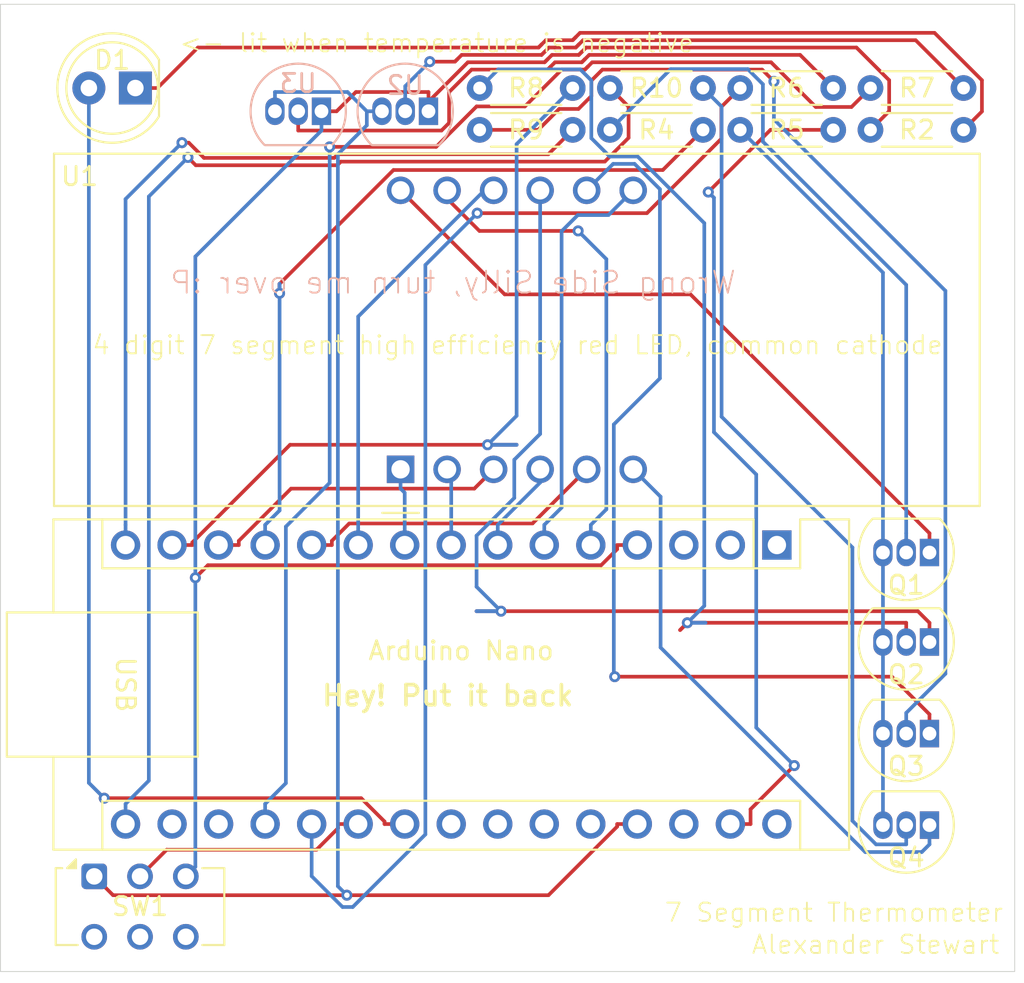
<source format=kicad_pcb>
(kicad_pcb (version 20241229) (generator "pcbnew") (generator_version "9.0")
  (layers (0 "F.Cu" signal) (2 "B.Cu" signal) (13 "F.Paste" user) (15 "B.Paste" user) (5 "F.SilkS" user "F.Silkscreen") (7 "B.SilkS" user "B.Silkscreen") (1 "F.Mask" user) (3 "B.Mask" user) (25 "Edge.Cuts" user))
  (net 0 "")
  (net 1 "Net-(A1-+5V)")
  (net 3 "Net-(A1-D6)")
  (net 4 "Net-(A1-D3)")
  (net 5 "Net-(SW1-C)")
  (net 6 "Net-(A1-D11)")
  (net 8 "Net-(A1-A3)")
  (net 11 "Net-(A1-GND-Pad29)")
  (net 12 "Net-(A1-A2)")
  (net 15 "Net-(A1-D12)")
  (net 16 "Net-(A1-D5)")
  (net 17 "Net-(A1-D2)")
  (net 18 "Net-(A1-D7)")
  (net 20 "Net-(A1-D9)")
  (net 21 "Net-(A1-D10)")
  (net 22 "Net-(A1-A1)")
  (net 24 "Net-(A1-D4)")
  (net 25 "Net-(A1-D13)")
  (net 27 "Net-(A1-A0)")
  (net 29 "Net-(A1-D8)")
  (net 31 "Net-(Q1-C)")
  (net 32 "Net-(Q1-E)")
  (net 33 "Net-(Q1-B)")
  (net 34 "Net-(Q2-B)")
  (net 35 "Net-(Q2-C)")
  (net 36 "Net-(Q3-B)")
  (net 37 "Net-(Q3-C)")
  (net 38 "Net-(Q4-C)")
  (net 39 "Net-(Q4-B)")
  (net 40 "Net-(U2-DQ)")
  (net 41 "Net-(U3-DQ)")
  (net 42 "Net-(D1-K)")
  (footprint "Package_TO_SOT_THT:TO-92_Inline" (layer "F.Cu") (at 133.27 97 180)
    (property "Reference" "Q1" (at 1.27 -1.778 0) (layer "F.SilkS"))
    (property "Value" "BC547")
    (fp_line (start -0.53 1.85) (end 3.07 1.85) (stroke (width 0.12)) (layer "F.SilkS"))
    (fp_arc (start 1.27 -2.6) (mid 3.672087 -0.994977) (end 3.108478 1.838478) (stroke (width 0.12)) (layer "F.SilkS"))
    (fp_arc (start -0.568478 1.838478) (mid -1.132087 -0.994977) (end 1.27 -2.6) (stroke (width 0.12)) (layer "F.SilkS"))
    (pad "1" thru_hole rect (at 0 0 180) (size 1.05 1.5) (drill 0.75) (layers "*.Cu" "*.Mask") (net 31 "Net-(Q1-C)"))
    (pad "2" thru_hole oval (at 1.27 0 180) (size 1.05 1.5) (drill 0.75) (layers "*.Cu" "*.Mask") (net 33 "Net-(Q1-B)"))
    (pad "3" thru_hole oval (at 2.54 0 180) (size 1.05 1.5) (drill 0.75) (layers "*.Cu" "*.Mask") (net 32 "Net-(Q1-E)"))
  )
  (footprint "Button_Switch_THT:SW_CK_JS202011CQN_DPDT_Straight" (layer "F.Cu") (at 87.67 114.6895)
    (property "Reference" "SW1" (at 2.5 1.6425 0) (layer "F.SilkS"))
    (property "Value" "SW_SPDT")
    (fp_line (start -2.1 -0.45) (end -2.1 3.75) (stroke (width 0.12)) (layer "F.SilkS"))
    (fp_line (start -2.1 3.75) (end -0.9 3.75) (stroke (width 0.12)) (layer "F.SilkS"))
    (fp_line (start -1.75 -0.45) (end -2.1 -0.45) (stroke (width 0.12)) (layer "F.SilkS"))
    (fp_line (start 5.9 -0.45) (end 7.1 -0.45) (stroke (width 0.12)) (layer "F.SilkS"))
    (fp_line (start 7.1 -0.45) (end 7.1 3.75) (stroke (width 0.12)) (layer "F.SilkS"))
    (fp_line (start 7.1 3.75) (end 5.9 3.75) (stroke (width 0.12)) (layer "F.SilkS"))
    (fp_poly (pts (xy -1 -0.45) (xy -1.48 -0.45) (xy -1 -0.93) (xy -1 -0.45)) (stroke (width 0.12)) (fill yes) (layer "F.SilkS"))
    (pad "1" thru_hole roundrect (at 0 0) (size 1.4 1.4) (drill 0.9) (layers "*.Cu" "*.Mask") (roundrect_rratio 0.1785714286) (net 1 "Net-(A1-+5V)"))
    (pad "2" thru_hole circle (at 2.5 0) (size 1.4 1.4) (drill 0.9) (layers "*.Cu" "*.Mask") (net 12 "Net-(A1-A2)"))
    (pad "3" thru_hole circle (at 5 0) (size 1.4 1.4) (drill 0.9) (layers "*.Cu" "*.Mask") (net 5 "Net-(SW1-C)"))
    (pad "4" thru_hole circle (at 5 3.3) (size 1.4 1.4) (drill 0.9) (layers "*.Cu" "*.Mask"))
    (pad "5" thru_hole circle (at 2.5 3.3) (size 1.4 1.4) (drill 0.9) (layers "*.Cu" "*.Mask"))
    (pad "6" thru_hole circle (at 0 3.3) (size 1.4 1.4) (drill 0.9) (layers "*.Cu" "*.Mask"))
  )
  (footprint "Resistor_THT:R_Axial_DIN0204_L3.6mm_D1.6mm_P5.08mm_Horizontal" (layer "F.Cu") (at 135.128 73.914 180)
    (property "Reference" "R2" (at 2.54 0 0) (layer "F.SilkS"))
    (property "Value" "220")
    (fp_line (start 0.62 0.92) (end 4.46 0.92) (stroke (width 0.12)) (layer "F.SilkS"))
    (fp_line (start 0.62 -0.92) (end 4.46 -0.92) (stroke (width 0.12)) (layer "F.SilkS"))
    (pad "1" thru_hole circle (at 0 0 180) (size 1.4 1.4) (drill 0.7) (layers "*.Cu" "*.Mask") (net 42 "Net-(D1-K)"))
    (pad "2" thru_hole circle (at 5.08 0 180) (size 1.4 1.4) (drill 0.7) (layers "*.Cu" "*.Mask") (net 5 "Net-(SW1-C)"))
  )
  (footprint "Display_7Segment:CA56-12EWA" (layer "F.Cu") (at 104.394 92.456 90)
    (property "Reference" "U1" (at 16.002 -17.526 180) (layer "F.SilkS"))
    (property "Value" "CC56-12EWA")
    (fp_line (start -2 -18.92) (end 17.24 -18.92) (stroke (width 0.12)) (layer "F.SilkS"))
    (fp_line (start -2 -18.92) (end -2 31.62) (stroke (width 0.12)) (layer "F.SilkS"))
    (fp_line (start -2.38 -1) (end -2.38 1) (stroke (width 0.12)) (layer "F.SilkS"))
    (fp_line (start 17.24 31.62) (end 17.24 -18.92) (stroke (width 0.12)) (layer "F.SilkS"))
    (fp_line (start -2 31.62) (end 17.24 31.62) (stroke (width 0.12)) (layer "F.SilkS"))
    (pad "1" thru_hole rect (at 0 0 90) (size 1.5 1.5) (drill 1) (layers "*.Cu" "*.Mask") (net 3 "Net-(A1-D6)"))
    (pad "2" thru_hole circle (at 0 2.54 90) (size 1.5 1.5) (drill 1) (layers "*.Cu" "*.Mask") (net 16 "Net-(A1-D5)"))
    (pad "3" thru_hole circle (at 0 5.08 90) (size 1.5 1.5) (drill 1) (layers "*.Cu" "*.Mask") (net 21 "Net-(A1-D10)"))
    (pad "4" thru_hole circle (at 0 7.62 90) (size 1.5 1.5) (drill 1) (layers "*.Cu" "*.Mask") (net 24 "Net-(A1-D4)"))
    (pad "5" thru_hole circle (at 0 10.16 90) (size 1.5 1.5) (drill 1) (layers "*.Cu" "*.Mask") (net 29 "Net-(A1-D8)"))
    (pad "6" thru_hole circle (at 0 12.7 90) (size 1.5 1.5) (drill 1) (layers "*.Cu" "*.Mask") (net 38 "Net-(Q4-C)"))
    (pad "7" thru_hole circle (at 15.24 12.7 90) (size 1.5 1.5) (drill 1) (layers "*.Cu" "*.Mask") (net 4 "Net-(A1-D3)"))
    (pad "8" thru_hole circle (at 15.24 10.16 90) (size 1.5 1.5) (drill 1) (layers "*.Cu" "*.Mask") (net 37 "Net-(Q3-C)"))
    (pad "9" thru_hole circle (at 15.24 7.62 90) (size 1.5 1.5) (drill 1) (layers "*.Cu" "*.Mask") (net 35 "Net-(Q2-C)"))
    (pad "10" thru_hole circle (at 15.24 5.08 90) (size 1.5 1.5) (drill 1) (layers "*.Cu" "*.Mask") (net 18 "Net-(A1-D7)"))
    (pad "11" thru_hole circle (at 15.24 2.54 90) (size 1.5 1.5) (drill 1) (layers "*.Cu" "*.Mask") (net 17 "Net-(A1-D2)"))
    (pad "12" thru_hole circle (at 15.24 0 90) (size 1.5 1.5) (drill 1) (layers "*.Cu" "*.Mask") (net 31 "Net-(Q1-C)"))
  )
  (footprint "Package_TO_SOT_THT:TO-92_Inline" (layer "F.Cu") (at 133.27 101.89 180)
    (property "Reference" "Q2" (at 1.27 -1.778 0) (layer "F.SilkS"))
    (property "Value" "BC547")
    (fp_line (start -0.53 1.85) (end 3.07 1.85) (stroke (width 0.12)) (layer "F.SilkS"))
    (fp_arc (start 1.27 -2.6) (mid 3.672087 -0.994977) (end 3.108478 1.838478) (stroke (width 0.12)) (layer "F.SilkS"))
    (fp_arc (start -0.568478 1.838478) (mid -1.132087 -0.994977) (end 1.27 -2.6) (stroke (width 0.12)) (layer "F.SilkS"))
    (pad "1" thru_hole rect (at 0 0 180) (size 1.05 1.5) (drill 0.75) (layers "*.Cu" "*.Mask") (net 35 "Net-(Q2-C)"))
    (pad "2" thru_hole oval (at 1.27 0 180) (size 1.05 1.5) (drill 0.75) (layers "*.Cu" "*.Mask") (net 34 "Net-(Q2-B)"))
    (pad "3" thru_hole oval (at 2.54 0 180) (size 1.05 1.5) (drill 0.75) (layers "*.Cu" "*.Mask") (net 32 "Net-(Q1-E)"))
  )
  (footprint "Resistor_THT:R_Axial_DIN0204_L3.6mm_D1.6mm_P5.08mm_Horizontal" (layer "F.Cu") (at 113.792 71.628 180)
    (property "Reference" "R8" (at 2.54 0 0) (layer "F.SilkS"))
    (property "Value" "100k")
    (fp_line (start 0.62 0.92) (end 4.46 0.92) (stroke (width 0.12)) (layer "F.SilkS"))
    (fp_line (start 0.62 -0.92) (end 4.46 -0.92) (stroke (width 0.12)) (layer "F.SilkS"))
    (pad "1" thru_hole circle (at 0 0 180) (size 1.4 1.4) (drill 0.7) (layers "*.Cu" "*.Mask") (net 6 "Net-(A1-D11)"))
    (pad "2" thru_hole circle (at 5.08 0 180) (size 1.4 1.4) (drill 0.7) (layers "*.Cu" "*.Mask") (net 34 "Net-(Q2-B)"))
  )
  (footprint "Package_TO_SOT_THT:TO-92_Inline" (layer "F.Cu") (at 133.27 111.89 180)
    (property "Reference" "Q4" (at 1.27 -1.778 0) (layer "F.SilkS"))
    (property "Value" "BC547")
    (fp_line (start -0.53 1.85) (end 3.07 1.85) (stroke (width 0.12)) (layer "F.SilkS"))
    (fp_arc (start 1.27 -2.6) (mid 3.672087 -0.994977) (end 3.108478 1.838478) (stroke (width 0.12)) (layer "F.SilkS"))
    (fp_arc (start -0.568478 1.838478) (mid -1.132087 -0.994977) (end 1.27 -2.6) (stroke (width 0.12)) (layer "F.SilkS"))
    (pad "1" thru_hole rect (at 0 0 180) (size 1.05 1.5) (drill 0.75) (layers "*.Cu" "*.Mask") (net 38 "Net-(Q4-C)"))
    (pad "2" thru_hole oval (at 1.27 0 180) (size 1.05 1.5) (drill 0.75) (layers "*.Cu" "*.Mask") (net 39 "Net-(Q4-B)"))
    (pad "3" thru_hole oval (at 2.54 0 180) (size 1.05 1.5) (drill 0.75) (layers "*.Cu" "*.Mask") (net 32 "Net-(Q1-E)"))
  )
  (footprint "Resistor_THT:R_Axial_DIN0204_L3.6mm_D1.6mm_P5.08mm_Horizontal" (layer "F.Cu") (at 113.792 73.914 180)
    (property "Reference" "R9" (at 2.54 0 0) (layer "F.SilkS"))
    (property "Value" "100k")
    (fp_line (start 0.62 0.92) (end 4.46 0.92) (stroke (width 0.12)) (layer "F.SilkS"))
    (fp_line (start 0.62 -0.92) (end 4.46 -0.92) (stroke (width 0.12)) (layer "F.SilkS"))
    (pad "1" thru_hole circle (at 0 0 180) (size 1.4 1.4) (drill 0.7) (layers "*.Cu" "*.Mask") (net 15 "Net-(A1-D12)"))
    (pad "2" thru_hole circle (at 5.08 0 180) (size 1.4 1.4) (drill 0.7) (layers "*.Cu" "*.Mask") (net 36 "Net-(Q3-B)"))
  )
  (footprint "Module:Arduino_Nano" (layer "F.Cu") (at 124.94 96.592 -90)
    (property "Reference" "Arduino Nano" (at 5.77 17.2392 180) (layer "F.SilkS"))
    (property "Value" "Arduino_Nano_v2.x")
    (fp_line (start 3.68 42.04) (end 3.68 31.62) (stroke (width 0.12)) (layer "F.SilkS"))
    (fp_line (start 11.56 42.04) (end 3.68 42.04) (stroke (width 0.12)) (layer "F.SilkS"))
    (fp_line (start -1.4 39.5) (end 3.68 39.5) (stroke (width 0.12)) (layer "F.SilkS"))
    (fp_line (start 16.64 39.5) (end 11.56 39.5) (stroke (width 0.12)) (layer "F.SilkS"))
    (fp_line (start 16.64 39.5) (end 16.64 -3.94) (stroke (width 0.12)) (layer "F.SilkS"))
    (fp_line (start 1.27 36.83) (end -1.4 36.83) (stroke (width 0.12)) (layer "F.SilkS"))
    (fp_line (start 13.97 36.83) (end 16.64 36.83) (stroke (width 0.12)) (layer "F.SilkS"))
    (fp_line (start 3.68 31.62) (end 11.56 31.62) (stroke (width 0.12)) (layer "F.SilkS"))
    (fp_line (start 11.56 31.62) (end 11.56 42.04) (stroke (width 0.12)) (layer "F.SilkS"))
    (fp_line (start -1.4 1.27) (end -1.4 39.5) (stroke (width 0.12)) (layer "F.SilkS"))
    (fp_line (start 1.27 1.27) (end 1.27 36.83) (stroke (width 0.12)) (layer "F.SilkS"))
    (fp_line (start 1.27 1.27) (end -1.4 1.27) (stroke (width 0.12)) (layer "F.SilkS"))
    (fp_line (start 1.27 1.27) (end 1.27 -1.27) (stroke (width 0.12)) (layer "F.SilkS"))
    (fp_line (start 1.27 -1.27) (end -1.4 -1.27) (stroke (width 0.12)) (layer "F.SilkS"))
    (fp_line (start 13.97 -1.27) (end 13.97 36.83) (stroke (width 0.12)) (layer "F.SilkS"))
    (fp_line (start 13.97 -1.27) (end 16.64 -1.27) (stroke (width 0.12)) (layer "F.SilkS"))
    (fp_line (start -1.4 -3.94) (end -1.4 -1.27) (stroke (width 0.12)) (layer "F.SilkS"))
    (fp_line (start 16.64 -3.94) (end -1.4 -3.94) (stroke (width 0.12)) (layer "F.SilkS"))
    (fp_text user "USB" (at 7.62 35.56 270) (layer "F.SilkS"))
    (pad "1" thru_hole rect (at 0 0 270) (size 1.6 1.6) (drill 1) (layers "*.Cu" "*.Mask"))
    (pad "2" thru_hole oval (at 0 2.54 270) (size 1.6 1.6) (drill 1) (layers "*.Cu" "*.Mask"))
    (pad "3" thru_hole oval (at 0 5.08 270) (size 1.6 1.6) (drill 1) (layers "*.Cu" "*.Mask"))
    (pad "4" thru_hole oval (at 0 7.62 270) (size 1.6 1.6) (drill 1) (layers "*.Cu" "*.Mask") (net 5 "Net-(SW1-C)"))
    (pad "5" thru_hole oval (at 0 10.16 270) (size 1.6 1.6) (drill 1) (layers "*.Cu" "*.Mask") (net 17 "Net-(A1-D2)"))
    (pad "6" thru_hole oval (at 0 12.7 270) (size 1.6 1.6) (drill 1) (layers "*.Cu" "*.Mask") (net 4 "Net-(A1-D3)"))
    (pad "7" thru_hole oval (at 0 15.24 270) (size 1.6 1.6) (drill 1) (layers "*.Cu" "*.Mask") (net 24 "Net-(A1-D4)"))
    (pad "8" thru_hole oval (at 0 17.78 270) (size 1.6 1.6) (drill 1) (layers "*.Cu" "*.Mask") (net 16 "Net-(A1-D5)"))
    (pad "9" thru_hole oval (at 0 20.32 270) (size 1.6 1.6) (drill 1) (layers "*.Cu" "*.Mask") (net 3 "Net-(A1-D6)"))
    (pad "10" thru_hole oval (at 0 22.86 270) (size 1.6 1.6) (drill 1) (layers "*.Cu" "*.Mask") (net 18 "Net-(A1-D7)"))
    (pad "11" thru_hole oval (at 0 25.4 270) (size 1.6 1.6) (drill 1) (layers "*.Cu" "*.Mask") (net 29 "Net-(A1-D8)"))
    (pad "12" thru_hole oval (at 0 27.94 270) (size 1.6 1.6) (drill 1) (layers "*.Cu" "*.Mask") (net 20 "Net-(A1-D9)"))
    (pad "13" thru_hole oval (at 0 30.48 270) (size 1.6 1.6) (drill 1) (layers "*.Cu" "*.Mask") (net 21 "Net-(A1-D10)"))
    (pad "14" thru_hole oval (at 0 33.02 270) (size 1.6 1.6) (drill 1) (layers "*.Cu" "*.Mask") (net 6 "Net-(A1-D11)"))
    (pad "15" thru_hole oval (at 0 35.56 270) (size 1.6 1.6) (drill 1) (layers "*.Cu" "*.Mask") (net 15 "Net-(A1-D12)"))
    (pad "16" thru_hole oval (at 15.24 35.56 270) (size 1.6 1.6) (drill 1) (layers "*.Cu" "*.Mask") (net 25 "Net-(A1-D13)"))
    (pad "17" thru_hole oval (at 15.24 33.02 270) (size 1.6 1.6) (drill 1) (layers "*.Cu" "*.Mask"))
    (pad "18" thru_hole oval (at 15.24 30.48 270) (size 1.6 1.6) (drill 1) (layers "*.Cu" "*.Mask"))
    (pad "19" thru_hole oval (at 15.24 27.94 270) (size 1.6 1.6) (drill 1) (layers "*.Cu" "*.Mask") (net 27 "Net-(A1-A0)"))
    (pad "20" thru_hole oval (at 15.24 25.4 270) (size 1.6 1.6) (drill 1) (layers "*.Cu" "*.Mask") (net 22 "Net-(A1-A1)"))
    (pad "21" thru_hole oval (at 15.24 22.86 270) (size 1.6 1.6) (drill 1) (layers "*.Cu" "*.Mask") (net 12 "Net-(A1-A2)"))
    (pad "22" thru_hole oval (at 15.24 20.32 270) (size 1.6 1.6) (drill 1) (layers "*.Cu" "*.Mask") (net 8 "Net-(A1-A3)"))
    (pad "23" thru_hole oval (at 15.24 17.78 270) (size 1.6 1.6) (drill 1) (layers "*.Cu" "*.Mask"))
    (pad "24" thru_hole oval (at 15.24 15.24 270) (size 1.6 1.6) (drill 1) (layers "*.Cu" "*.Mask"))
    (pad "25" thru_hole oval (at 15.24 12.7 270) (size 1.6 1.6) (drill 1) (layers "*.Cu" "*.Mask"))
    (pad "26" thru_hole oval (at 15.24 10.16 270) (size 1.6 1.6) (drill 1) (layers "*.Cu" "*.Mask"))
    (pad "27" thru_hole oval (at 15.24 7.62 270) (size 1.6 1.6) (drill 1) (layers "*.Cu" "*.Mask") (net 1 "Net-(A1-+5V)"))
    (pad "28" thru_hole oval (at 15.24 5.08 270) (size 1.6 1.6) (drill 1) (layers "*.Cu" "*.Mask"))
    (pad "29" thru_hole oval (at 15.24 2.54 270) (size 1.6 1.6) (drill 1) (layers "*.Cu" "*.Mask") (net 11 "Net-(A1-GND-Pad29)"))
    (pad "30" thru_hole oval (at 15.24 0 270) (size 1.6 1.6) (drill 1) (layers "*.Cu" "*.Mask"))
  )
  (footprint "LED_THT:LED_D5.0mm" (layer "F.Cu") (at 89.916 71.628 180)
    (property "Reference" "D1" (at 1.27 1.524 0) (layer "F.SilkS"))
    (property "Value" "LED")
    (fp_line (start -1.29 -1.545) (end -1.29 1.545) (stroke (width 0.12)) (layer "F.SilkS"))
    (fp_arc (start 4.26 0) (mid 2.071779 2.880495) (end -1.29 1.54483) (stroke (width 0.12)) (layer "F.SilkS"))
    (fp_arc (start -1.29 -1.54483) (mid 2.071779 -2.880495) (end 4.26 0) (stroke (width 0.12)) (layer "F.SilkS"))
    (fp_circle (center 1.27 0) (end 3.77 0) (stroke (width 0.12)) (fill no) (layer "F.SilkS"))
    (pad "1" thru_hole rect (at 0 0 180) (size 1.8 1.8) (drill 0.9) (layers "*.Cu" "*.Mask") (net 42 "Net-(D1-K)"))
    (pad "2" thru_hole circle (at 2.54 0 180) (size 1.8 1.8) (drill 0.9) (layers "*.Cu" "*.Mask") (net 8 "Net-(A1-A3)"))
  )
  (footprint "Resistor_THT:R_Axial_DIN0204_L3.6mm_D1.6mm_P5.08mm_Horizontal" (layer "F.Cu") (at 115.824 71.628)
    (property "Reference" "R10" (at 2.54 0 0) (layer "F.SilkS"))
    (property "Value" "100k")
    (fp_line (start 0.62 -0.92) (end 4.46 -0.92) (stroke (width 0.12)) (layer "F.SilkS"))
    (fp_line (start 0.62 0.92) (end 4.46 0.92) (stroke (width 0.12)) (layer "F.SilkS"))
    (pad "1" thru_hole circle (at 0 0) (size 1.4 1.4) (drill 0.7) (layers "*.Cu" "*.Mask") (net 25 "Net-(A1-D13)"))
    (pad "2" thru_hole circle (at 5.08 0) (size 1.4 1.4) (drill 0.7) (layers "*.Cu" "*.Mask") (net 39 "Net-(Q4-B)"))
  )
  (footprint "Resistor_THT:R_Axial_DIN0204_L3.6mm_D1.6mm_P5.08mm_Horizontal" (layer "F.Cu") (at 128.016 73.914 180)
    (property "Reference" "R5" (at 2.54 0 0) (layer "F.SilkS"))
    (property "Value" "550")
    (fp_line (start 0.62 0.92) (end 4.46 0.92) (stroke (width 0.12)) (layer "F.SilkS"))
    (fp_line (start 0.62 -0.92) (end 4.46 -0.92) (stroke (width 0.12)) (layer "F.SilkS"))
    (pad "1" thru_hole circle (at 0 0 180) (size 1.4 1.4) (drill 0.7) (layers "*.Cu" "*.Mask") (net 11 "Net-(A1-GND-Pad29)"))
    (pad "2" thru_hole circle (at 5.08 0 180) (size 1.4 1.4) (drill 0.7) (layers "*.Cu" "*.Mask") (net 32 "Net-(Q1-E)"))
  )
  (footprint "Resistor_THT:R_Axial_DIN0204_L3.6mm_D1.6mm_P5.08mm_Horizontal" (layer "F.Cu") (at 128.016 71.628 180)
    (property "Reference" "R6" (at 2.54 0 0) (layer "F.SilkS"))
    (property "Value" "4.7k")
    (fp_line (start 0.62 0.92) (end 4.46 0.92) (stroke (width 0.12)) (layer "F.SilkS"))
    (fp_line (start 0.62 -0.92) (end 4.46 -0.92) (stroke (width 0.12)) (layer "F.SilkS"))
    (pad "1" thru_hole circle (at 0 0 180) (size 1.4 1.4) (drill 0.7) (layers "*.Cu" "*.Mask") (net 41 "Net-(U3-DQ)"))
    (pad "2" thru_hole circle (at 5.08 0 180) (size 1.4 1.4) (drill 0.7) (layers "*.Cu" "*.Mask") (net 22 "Net-(A1-A1)"))
  )
  (footprint "Package_TO_SOT_THT:TO-92_Inline" (layer "F.Cu") (at 133.27 106.89 180)
    (property "Reference" "Q3" (at 1.27 -1.778 0) (layer "F.SilkS"))
    (property "Value" "BC547")
    (fp_line (start -0.53 1.85) (end 3.07 1.85) (stroke (width 0.12)) (layer "F.SilkS"))
    (fp_arc (start 1.27 -2.6) (mid 3.672087 -0.994977) (end 3.108478 1.838478) (stroke (width 0.12)) (layer "F.SilkS"))
    (fp_arc (start -0.568478 1.838478) (mid -1.132087 -0.994977) (end 1.27 -2.6) (stroke (width 0.12)) (layer "F.SilkS"))
    (pad "1" thru_hole rect (at 0 0 180) (size 1.05 1.5) (drill 0.75) (layers "*.Cu" "*.Mask") (net 37 "Net-(Q3-C)"))
    (pad "2" thru_hole oval (at 1.27 0 180) (size 1.05 1.5) (drill 0.75) (layers "*.Cu" "*.Mask") (net 36 "Net-(Q3-B)"))
    (pad "3" thru_hole oval (at 2.54 0 180) (size 1.05 1.5) (drill 0.75) (layers "*.Cu" "*.Mask") (net 32 "Net-(Q1-E)"))
  )
  (footprint "Resistor_THT:R_Axial_DIN0204_L3.6mm_D1.6mm_P5.08mm_Horizontal" (layer "F.Cu") (at 135.128 71.628 180)
    (property "Reference" "R7" (at 2.54 0 0) (layer "F.SilkS"))
    (property "Value" "4.7k")
    (fp_line (start 0.62 0.92) (end 4.46 0.92) (stroke (width 0.12)) (layer "F.SilkS"))
    (fp_line (start 0.62 -0.92) (end 4.46 -0.92) (stroke (width 0.12)) (layer "F.SilkS"))
    (pad "1" thru_hole circle (at 0 0 180) (size 1.4 1.4) (drill 0.7) (layers "*.Cu" "*.Mask") (net 40 "Net-(U2-DQ)"))
    (pad "2" thru_hole circle (at 5.08 0 180) (size 1.4 1.4) (drill 0.7) (layers "*.Cu" "*.Mask") (net 27 "Net-(A1-A0)"))
  )
  (footprint "Resistor_THT:R_Axial_DIN0204_L3.6mm_D1.6mm_P5.08mm_Horizontal" (layer "F.Cu") (at 120.904 73.914 180)
    (property "Reference" "R4" (at 2.54 0 0) (layer "F.SilkS"))
    (property "Value" "100k")
    (fp_line (start 0.62 0.92) (end 4.46 0.92) (stroke (width 0.12)) (layer "F.SilkS"))
    (fp_line (start 0.62 -0.92) (end 4.46 -0.92) (stroke (width 0.12)) (layer "F.SilkS"))
    (pad "1" thru_hole circle (at 0 0 180) (size 1.4 1.4) (drill 0.7) (layers "*.Cu" "*.Mask") (net 20 "Net-(A1-D9)"))
    (pad "2" thru_hole circle (at 5.08 0 180) (size 1.4 1.4) (drill 0.7) (layers "*.Cu" "*.Mask") (net 33 "Net-(Q1-B)"))
  )
  (footprint "Package_TO_SOT_THT:TO-92_Inline" (layer "B.Cu") (at 105.918 72.898 180)
    (property "Reference" "U2" (at 1.27 1.418 0) (layer "B.SilkS") (effects (justify mirror)))
    (property "Value" "DS18B20")
    (fp_line (start -0.53 -1.85) (end 3.07 -1.85) (stroke (width 0.12)) (layer "B.SilkS"))
    (fp_arc (start 3.108478 -1.838478) (mid 3.672087 0.994977) (end 1.27 2.6) (stroke (width 0.12)) (layer "B.SilkS"))
    (fp_arc (start 1.27 2.6) (mid -1.132087 0.994977) (end -0.568478 -1.838478) (stroke (width 0.12)) (layer "B.SilkS"))
    (pad "1" thru_hole rect (at 0 0 180) (size 1.05 1.5) (drill 0.75) (layers "*.Cu" "*.Mask") (net 5 "Net-(SW1-C)"))
    (pad "2" thru_hole oval (at 1.27 0 180) (size 1.05 1.5) (drill 0.75) (layers "*.Cu" "*.Mask") (net 40 "Net-(U2-DQ)"))
    (pad "3" thru_hole oval (at 2.54 0 180) (size 1.05 1.5) (drill 0.75) (layers "*.Cu" "*.Mask") (net 1 "Net-(A1-+5V)"))
  )
  (footprint "Package_TO_SOT_THT:TO-92_Inline" (layer "B.Cu") (at 100.076 72.898 180)
    (property "Reference" "U3" (at 1.27 1.524 0) (layer "B.SilkS") (effects (justify mirror)))
    (property "Value" "DS18B20")
    (fp_line (start -0.53 -1.85) (end 3.07 -1.85) (stroke (width 0.12)) (layer "B.SilkS"))
    (fp_arc (start 3.108478 -1.838478) (mid 3.672087 0.994977) (end 1.27 2.6) (stroke (width 0.12)) (layer "B.SilkS"))
    (fp_arc (start 1.27 2.6) (mid -1.132087 0.994977) (end -0.568478 -1.838478) (stroke (width 0.12)) (layer "B.SilkS"))
    (pad "1" thru_hole rect (at 0 0 180) (size 1.05 1.5) (drill 0.75) (layers "*.Cu" "*.Mask") (net 5 "Net-(SW1-C)"))
    (pad "2" thru_hole oval (at 1.27 0 180) (size 1.05 1.5) (drill 0.75) (layers "*.Cu" "*.Mask") (net 41 "Net-(U3-DQ)"))
    (pad "3" thru_hole oval (at 2.54 0 180) (size 1.05 1.5) (drill 0.75) (layers "*.Cu" "*.Mask") (net 1 "Net-(A1-+5V)"))
  )
  (gr_rect (start 82.55 67.056) (end 137.922 119.888) (stroke (width 0.05)) (fill no) (layer "Edge.Cuts"))
  (gr_text "4 digit 7 segment high efficiency red LED, common cathode" (at 87.5 86.25 0) (layer "F.SilkS") (effects (font (size 1 1) (thickness 0.1)) (justify left bottom)))
  (gr_text "7 Segment Thermometer" (at 118.75 117.25 0) (layer "F.SilkS") (effects (font (size 1 1) (thickness 0.1)) (justify left bottom)))
  (gr_text "Hey! Put it back" (at 100 105.4608 0) (layer "F.SilkS") (effects (font (size 1.1 1.1) (thickness 0.2) (bold yes)) (justify left bottom)))
  (gr_text "Alexander Stewart" (at 123.5 119 0) (layer "F.SilkS") (effects (font (size 1 1) (thickness 0.1)) (justify left bottom)))
  (gr_text "<- lit when temperature is negative" (at 92.25 69.75 0) (layer "F.SilkS") (effects (font (size 1 1) (thickness 0.1)) (justify left bottom)))
  (gr_text "Wrong Side Silly, turn me over :P" (at 122.7836 82.9564 0) (layer "B.SilkS") (effects (font (size 1.2 1.2) (thickness 0.1)) (justify left bottom mirror)))
  (segment (start 116.2183 111.832) (end 116.2183 111.9697) (width 0.2) (layer "F.Cu") (net 1))
  (segment (start 116.2183 111.9697) (end 112.4695 115.7185) (width 0.2) (layer "F.Cu") (net 1))
  (segment (start 117.32 111.832) (end 116.2183 111.832) (width 0.2) (layer "F.Cu") (net 1))
  (segment (start 88.699 115.7185) (end 101.4619 115.7185) (width 0.2) (layer "F.Cu") (net 1))
  (segment (start 87.67 114.6895) (end 88.699 115.7185) (width 0.2) (layer "F.Cu") (net 1))
  (segment (start 112.4695 115.7185) (end 101.4619 115.7185) (width 0.2) (layer "F.Cu") (net 1))
  (via (at 101.4619 115.7185) (size 0.6) (drill 0.3) (layers "F.Cu" "B.Cu") (net 1))
  (segment (start 102.5513 73.6653) (end 102.5513 72.898) (width 0.2) (layer "B.Cu") (net 1))
  (segment (start 102.5513 72.898) (end 101.4996 71.8463) (width 0.2) (layer "B.Cu") (net 1))
  (segment (start 100.9712 75.2454) (end 102.5513 73.6653) (width 0.2) (layer "B.Cu") (net 1))
  (segment (start 97.536 72.898) (end 97.536 71.8463) (width 0.2) (layer "B.Cu") (net 1))
  (segment (start 103.378 72.898) (end 102.5513 72.898) (width 0.2) (layer "B.Cu") (net 1))
  (segment (start 101.4996 71.8463) (end 97.536 71.8463) (width 0.2) (layer "B.Cu") (net 1))
  (segment (start 100.9712 115.2278) (end 100.9712 75.2454) (width 0.2) (layer "B.Cu") (net 1))
  (segment (start 101.4619 115.7185) (end 100.9712 115.2278) (width 0.2) (layer "B.Cu") (net 1))
  (segment (start 104.62 96.592) (end 104.62 93.7337) (width 0.2) (layer "B.Cu") (net 3))
  (segment (start 104.62 93.7337) (end 104.394 93.5077) (width 0.2) (layer "B.Cu") (net 3))
  (segment (start 104.394 92.456) (end 104.394 93.5077) (width 0.2) (layer "B.Cu") (net 3))
  (segment (start 113.1854 94.5449) (end 113.1854 79.4526) (width 0.2) (layer "B.Cu") (net 4))
  (segment (start 114.0707 78.5673) (end 115.7427 78.5673) (width 0.2) (layer "B.Cu") (net 4))
  (segment (start 113.1854 79.4526) (end 114.0707 78.5673) (width 0.2) (layer "B.Cu") (net 4))
  (segment (start 115.7427 78.5673) (end 117.094 77.216) (width 0.2) (layer "B.Cu") (net 4))
  (segment (start 112.24 96.592) (end 112.24 95.4903) (width 0.2) (layer "B.Cu") (net 4))
  (segment (start 112.24 95.4903) (end 113.1854 94.5449) (width 0.2) (layer "B.Cu") (net 4))
  (segment (start 93.19 98.3779) (end 93.8742 97.6937) (width 0.2) (layer "F.Cu") (net 5))
  (segment (start 100.076 72.898) (end 100.9027 72.898) (width 0.2) (layer "F.Cu") (net 5))
  (segment (start 105.918 71.8463) (end 101.9544 71.8463) (width 0.2) (layer "F.Cu") (net 5))
  (segment (start 108.0696 70.2205) (end 105.918 72.3721) (width 0.2) (layer "F.Cu") (net 5))
  (segment (start 112.2575 70.2205) (end 108.0696 70.2205) (width 0.2) (layer "F.Cu") (net 5))
  (segment (start 105.918 72.3721) (end 105.918 71.8463) (width 0.2) (layer "F.Cu") (net 5))
  (segment (start 129.2837 69.4171) (end 114.5249 69.4171) (width 0.2) (layer "F.Cu") (net 5))
  (segment (start 131.0697 71.2031) (end 129.2837 69.4171) (width 0.2) (layer "F.Cu") (net 5))
  (segment (start 130.048 73.914) (end 131.0697 72.8923) (width 0.2) (layer "F.Cu") (net 5))
  (segment (start 112.6592 69.8188) (end 112.4238 70.0542) (width 0.2) (layer "F.Cu") (net 5))
  (segment (start 117.32 96.592) (end 116.2183 96.592) (width 0.2) (layer "F.Cu") (net 5))
  (segment (start 105.918 72.898) (end 105.918 72.3721) (width 0.2) (layer "F.Cu") (net 5))
  (segment (start 101.9544 71.8463) (end 100.9027 72.898) (width 0.2) (layer "F.Cu") (net 5))
  (segment (start 115.3449 97.6937) (end 116.2183 96.8203) (width 0.2) (layer "F.Cu") (net 5))
  (segment (start 116.2183 96.8203) (end 116.2183 96.592) (width 0.2) (layer "F.Cu") (net 5))
  (segment (start 112.4238 70.0542) (end 112.2575 70.2205) (width 0.2) (layer "F.Cu") (net 5))
  (segment (start 131.0697 72.8923) (end 131.0697 71.2031) (width 0.2) (layer "F.Cu") (net 5))
  (segment (start 114.2895 69.6525) (end 114.1232 69.8188) (width 0.2) (layer "F.Cu") (net 5))
  (segment (start 93.8742 97.6937) (end 115.3449 97.6937) (width 0.2) (layer "F.Cu") (net 5))
  (segment (start 114.5249 69.4171) (end 114.2895 69.6525) (width 0.2) (layer "F.Cu") (net 5))
  (segment (start 114.2895 69.6525) (end 114.1232 69.8188) (width 0.2) (layer "F.Cu") (net 5))
  (segment (start 112.4238 70.0542) (end 112.2575 70.2205) (width 0.2) (layer "F.Cu") (net 5))
  (segment (start 114.1232 69.8188) (end 112.6592 69.8188) (width 0.2) (layer "F.Cu") (net 5))
  (via (at 93.19 98.3779) (size 0.6) (drill 0.3) (layers "F.Cu" "B.Cu") (net 5))
  (segment (start 93.19 114.1695) (end 93.19 98.3779) (width 0.2) (layer "B.Cu") (net 5))
  (segment (start 93.19 80.8357) (end 93.19 98.3779) (width 0.2) (layer "B.Cu") (net 5))
  (segment (start 92.67 114.6895) (end 93.19 114.1695) (width 0.2) (layer "B.Cu") (net 5))
  (segment (start 100.076 73.9497) (end 93.19 80.8357) (width 0.2) (layer "B.Cu") (net 5))
  (segment (start 100.076 72.898) (end 100.076 73.9497) (width 0.2) (layer "B.Cu") (net 5))
  (segment (start 93.0217 96.592) (end 93.0217 96.4543) (width 0.2) (layer "F.Cu") (net 6))
  (segment (start 91.92 96.592) (end 93.0217 96.592) (width 0.2) (layer "F.Cu") (net 6))
  (segment (start 109.1448 91.1155) (end 110.7297 91.1155) (width 0.2) (layer "F.Cu") (net 6))
  (segment (start 93.0217 96.4543) (end 98.3605 91.1155) (width 0.2) (layer "F.Cu") (net 6))
  (segment (start 110.7297 91.1155) (end 109.1448 91.1155) (width 0.2) (layer "F.Cu") (net 6))
  (segment (start 98.3605 91.1155) (end 109.1448 91.1155) (width 0.2) (layer "F.Cu") (net 6))
  (via (at 109.1448 91.1155) (size 0.6) (drill 0.3) (layers "F.Cu" "B.Cu") (net 6))
  (segment (start 110.7297 91.1155) (end 109.1448 91.1155) (width 0.2) (layer "B.Cu") (net 6))
  (segment (start 109.1448 91.1155) (end 110.7297 91.1155) (width 0.2) (layer "B.Cu") (net 6))
  (segment (start 113.792 71.628) (end 110.7297 74.6903) (width 0.2) (layer "B.Cu") (net 6))
  (segment (start 110.7297 74.6903) (end 110.7297 89.5306) (width 0.2) (layer "B.Cu") (net 6))
  (segment (start 110.7297 89.5306) (end 109.1448 91.1155) (width 0.2) (layer "B.Cu") (net 6))
  (segment (start 104.62 111.832) (end 103.5183 111.832) (width 0.2) (layer "F.Cu") (net 8))
  (segment (start 102.2435 110.4195) (end 88.2152 110.4195) (width 0.2) (layer "F.Cu") (net 8))
  (segment (start 103.5183 111.832) (end 103.5183 111.6943) (width 0.2) (layer "F.Cu") (net 8))
  (segment (start 103.5183 111.6943) (end 102.2435 110.4195) (width 0.2) (layer "F.Cu") (net 8))
  (via (at 88.2152 110.4195) (size 0.6) (drill 0.3) (layers "F.Cu" "B.Cu") (net 8))
  (segment (start 87.376 109.5803) (end 87.376 71.628) (width 0.2) (layer "B.Cu") (net 8))
  (segment (start 88.2152 110.4195) (end 87.376 109.5803) (width 0.2) (layer "B.Cu") (net 8))
  (segment (start 123.5017 111.0246) (end 125.8889 108.6374) (width 0.2) (layer "F.Cu") (net 11))
  (segment (start 122.4 111.832) (end 123.5017 111.832) (width 0.2) (layer "F.Cu") (net 11))
  (segment (start 121.1938 77.3096) (end 124.5894 73.914) (width 0.2) (layer "F.Cu") (net 11))
  (segment (start 123.5017 111.832) (end 123.5017 111.0246) (width 0.2) (layer "F.Cu") (net 11))
  (segment (start 124.5894 73.914) (end 128.016 73.914) (width 0.2) (layer "F.Cu") (net 11))
  (via (at 125.8889 108.6374) (size 0.6) (drill 0.3) (layers "F.Cu" "B.Cu") (net 11))
  (via (at 121.1938 77.3096) (size 0.6) (drill 0.3) (layers "F.Cu" "B.Cu") (net 11))
  (segment (start 123.8116 92.7356) (end 121.5038 90.4278) (width 0.2) (layer "B.Cu") (net 11))
  (segment (start 121.5038 77.6196) (end 121.1938 77.3096) (width 0.2) (layer "B.Cu") (net 11))
  (segment (start 123.8116 106.5601) (end 123.8116 92.7356) (width 0.2) (layer "B.Cu") (net 11))
  (segment (start 125.8889 108.6374) (end 123.8116 106.5601) (width 0.2) (layer "B.Cu") (net 11))
  (segment (start 121.5038 90.4278) (end 121.5038 77.6196) (width 0.2) (layer "B.Cu") (net 11))
  (segment (start 102.08 111.832) (end 100.9783 111.832) (width 0.2) (layer "F.Cu") (net 12))
  (segment (start 91.6229 113.2365) (end 99.8021 113.2365) (width 0.2) (layer "F.Cu") (net 12))
  (segment (start 100.9783 112.0603) (end 100.9783 111.832) (width 0.2) (layer "F.Cu") (net 12))
  (segment (start 91.6229 113.2366) (end 91.6229 113.2365) (width 0.2) (layer "F.Cu") (net 12))
  (segment (start 99.8021 113.2365) (end 100.9783 112.0603) (width 0.2) (layer "F.Cu") (net 12))
  (segment (start 90.17 114.6895) (end 91.6229 113.2366) (width 0.2) (layer "F.Cu") (net 12))
  (segment (start 92.4592 74.6136) (end 92.8304 74.6136) (width 0.2) (layer "F.Cu") (net 15))
  (segment (start 100.7728 75.4438) (end 100.9728 75.2438) (width 0.2) (layer "F.Cu") (net 15))
  (segment (start 112.4622 75.2438) (end 113.792 73.914) (width 0.2) (layer "F.Cu") (net 15))
  (segment (start 100.9728 75.2438) (end 112.4622 75.2438) (width 0.2) (layer "F.Cu") (net 15))
  (segment (start 92.8304 74.6136) (end 93.6606 75.4438) (width 0.2) (layer "F.Cu") (net 15))
  (segment (start 93.6606 75.4438) (end 100.7728 75.4438) (width 0.2) (layer "F.Cu") (net 15))
  (via (at 92.4592 74.6136) (size 0.6) (drill 0.3) (layers "F.Cu" "B.Cu") (net 15))
  (segment (start 89.38 77.6928) (end 89.38 95.4903) (width 0.2) (layer "B.Cu") (net 15))
  (segment (start 92.4592 74.6136) (end 89.38 77.6928) (width 0.2) (layer "B.Cu") (net 15))
  (segment (start 89.38 96.592) (end 89.38 95.4903) (width 0.2) (layer "B.Cu") (net 15))
  (segment (start 106.934 92.456) (end 107.16 92.682) (width 0.2) (layer "B.Cu") (net 16))
  (segment (start 107.16 92.682) (end 107.16 96.592) (width 0.2) (layer "B.Cu") (net 16))
  (segment (start 106.934 77.216) (end 106.934 77.6687) (width 0.2) (layer "F.Cu") (net 17))
  (segment (start 108.6985 79.4332) (end 114.0877 79.4332) (width 0.2) (layer "F.Cu") (net 17))
  (segment (start 106.934 77.6687) (end 108.6985 79.4332) (width 0.2) (layer "F.Cu") (net 17))
  (via (at 114.0877 79.4332) (size 0.6) (drill 0.3) (layers "F.Cu" "B.Cu") (net 17))
  (segment (start 115.6281 94.6422) (end 114.78 95.4903) (width 0.2) (layer "B.Cu") (net 17))
  (segment (start 114.78 96.592) (end 114.78 95.4903) (width 0.2) (layer "B.Cu") (net 17))
  (segment (start 114.0877 79.4332) (end 115.6281 80.9736) (width 0.2) (layer "B.Cu") (net 17))
  (segment (start 114.0877 79.4348) (end 114.0877 79.4332) (width 0.2) (layer "B.Cu") (net 17))
  (segment (start 114.0877 79.4332) (end 114.0877 79.4348) (width 0.2) (layer "B.Cu") (net 17))
  (segment (start 115.6281 80.9736) (end 115.6281 94.6422) (width 0.2) (layer "B.Cu") (net 17))
  (segment (start 109.474 77.216) (end 108.9761 77.216) (width 0.2) (layer "B.Cu") (net 18))
  (segment (start 108.9761 77.216) (end 102.08 84.1121) (width 0.2) (layer "B.Cu") (net 18))
  (segment (start 102.08 84.1121) (end 102.08 96.592) (width 0.2) (layer "B.Cu") (net 18))
  (segment (start 97.7887 82.8412) (end 97.7887 82.3247) (width 0.2) (layer "F.Cu") (net 20))
  (segment (start 104.0069 76.1065) (end 97.7887 82.3247) (width 0.2) (layer "F.Cu") (net 20))
  (segment (start 120.904 73.914) (end 118.7115 76.1065) (width 0.2) (layer "F.Cu") (net 20))
  (segment (start 97.7887 82.3247) (end 97.7887 82.8412) (width 0.2) (layer "F.Cu") (net 20))
  (segment (start 97.7887 82.3247) (end 97.7887 82.8412) (width 0.2) (layer "F.Cu") (net 20))
  (segment (start 118.7115 76.1065) (end 104.0069 76.1065) (width 0.2) (layer "F.Cu") (net 20))
  (via (at 97.7887 82.8412) (size 0.6) (drill 0.3) (layers "F.Cu" "B.Cu") (net 20))
  (segment (start 97.7887 82.8412) (end 97.7887 82.3247) (width 0.2) (layer "B.Cu") (net 20))
  (segment (start 97.7887 82.8412) (end 97.7887 94.7016) (width 0.2) (layer "B.Cu") (net 20))
  (segment (start 97 96.592) (end 97 95.4903) (width 0.2) (layer "B.Cu") (net 20))
  (segment (start 97.7887 94.7016) (end 97 95.4903) (width 0.2) (layer "B.Cu") (net 20))
  (segment (start 97.7887 82.3247) (end 97.7887 82.8412) (width 0.2) (layer "B.Cu") (net 20))
  (segment (start 109.474 92.456) (end 108.4198 93.5102) (width 0.2) (layer "F.Cu") (net 21))
  (segment (start 95.5617 96.3637) (end 95.5617 96.592) (width 0.2) (layer "F.Cu") (net 21))
  (segment (start 94.46 96.592) (end 95.5617 96.592) (width 0.2) (layer "F.Cu") (net 21))
  (segment (start 98.4152 93.5102) (end 95.5617 96.3637) (width 0.2) (layer "F.Cu") (net 21))
  (segment (start 108.4198 93.5102) (end 98.4152 93.5102) (width 0.2) (layer "F.Cu") (net 21))
  (segment (start 121.9063 74.3993) (end 121.9063 72.6577) (width 0.2) (layer "F.Cu") (net 22))
  (segment (start 121.9063 72.6577) (end 122.936 71.628) (width 0.2) (layer "F.Cu") (net 22))
  (segment (start 117.8422 78.4634) (end 121.9063 74.3993) (width 0.2) (layer "F.Cu") (net 22))
  (segment (start 108.5795 78.4634) (end 117.8422 78.4634) (width 0.2) (layer "F.Cu") (net 22))
  (via (at 108.5795 78.4634) (size 0.6) (drill 0.3) (layers "F.Cu" "B.Cu") (net 22))
  (segment (start 99.54 111.832) (end 99.54 114.6779) (width 0.2) (layer "B.Cu") (net 22))
  (segment (start 105.7484 112.3987) (end 105.7484 81.2945) (width 0.2) (layer "B.Cu") (net 22))
  (segment (start 101.7836 116.3635) (end 105.7484 112.3987) (width 0.2) (layer "B.Cu") (net 22))
  (segment (start 105.7484 81.2945) (end 108.5795 78.4634) (width 0.2) (layer "B.Cu") (net 22))
  (segment (start 101.2256 116.3635) (end 101.7836 116.3635) (width 0.2) (layer "B.Cu") (net 22))
  (segment (start 99.54 114.6779) (end 101.2256 116.3635) (width 0.2) (layer "B.Cu") (net 22))
  (segment (start 112.014 93.1763) (end 112.014 92.456) (width 0.2) (layer "B.Cu") (net 24))
  (segment (start 109.7 95.4903) (end 112.014 93.1763) (width 0.2) (layer "B.Cu") (net 24))
  (segment (start 109.7 96.592) (end 109.7 95.4903) (width 0.2) (layer "B.Cu") (net 24))
  (segment (start 93.2114 75.8455) (end 100.9391 75.8455) (width 0.2) (layer "F.Cu") (net 25))
  (segment (start 100.9391 75.8455) (end 101.1376 75.647) (width 0.2) (layer "F.Cu") (net 25))
  (segment (start 116.8425 74.3478) (end 116.8425 72.6465) (width 0.2) (layer "F.Cu") (net 25))
  (segment (start 92.7849 75.419) (end 93.2114 75.8455) (width 0.2) (layer "F.Cu") (net 25))
  (segment (start 115.5433 75.647) (end 116.8425 74.3478) (width 0.2) (layer "F.Cu") (net 25))
  (segment (start 116.8425 72.6465) (end 115.824 71.628) (width 0.2) (layer "F.Cu") (net 25))
  (segment (start 101.1376 75.647) (end 115.5433 75.647) (width 0.2) (layer "F.Cu") (net 25))
  (via (at 92.7849 75.419) (size 0.6) (drill 0.3) (layers "F.Cu" "B.Cu") (net 25))
  (segment (start 92.7849 75.419) (end 90.65 77.5539) (width 0.2) (layer "B.Cu") (net 25))
  (segment (start 90.65 109.4603) (end 89.38 110.7303) (width 0.2) (layer "B.Cu") (net 25))
  (segment (start 90.65 77.5539) (end 90.65 109.4603) (width 0.2) (layer "B.Cu") (net 25))
  (segment (start 89.38 111.832) (end 89.38 110.7303) (width 0.2) (layer "B.Cu") (net 25))
  (segment (start 127.0619 72.6625) (end 124.6199 70.2205) (width 0.2) (layer "F.Cu") (net 27))
  (segment (start 106.3355 74.8421) (end 100.5236 74.8421) (width 0.2) (layer "F.Cu") (net 27))
  (segment (start 113.192 70.6222) (end 111.1823 72.6319) (width 0.2) (layer "F.Cu") (net 27))
  (segment (start 130.048 71.628) (end 129.0135 72.6625) (width 0.2) (layer "F.Cu") (net 27))
  (segment (start 108.5457 72.6319) (end 106.3355 74.8421) (width 0.2) (layer "F.Cu") (net 27))
  (segment (start 114.4558 70.6222) (end 113.192 70.6222) (width 0.2) (layer "F.Cu") (net 27))
  (segment (start 111.1823 72.6319) (end 108.5457 72.6319) (width 0.2) (layer "F.Cu") (net 27))
  (segment (start 114.6221 70.4559) (end 114.4558 70.6222) (width 0.2) (layer "F.Cu") (net 27))
  (segment (start 124.6199 70.2205) (end 114.8575 70.2205) (width 0.2) (layer "F.Cu") (net 27))
  (segment (start 114.6221 70.4559) (end 114.4558 70.6222) (width 0.2) (layer "F.Cu") (net 27))
  (segment (start 114.8575 70.2205) (end 114.6221 70.4559) (width 0.2) (layer "F.Cu") (net 27))
  (segment (start 129.0135 72.6625) (end 127.0619 72.6625) (width 0.2) (layer "F.Cu") (net 27))
  (via (at 100.5236 74.8421) (size 0.6) (drill 0.3) (layers "F.Cu" "B.Cu") (net 27))
  (segment (start 97 111.832) (end 97 110.7303) (width 0.2) (layer "B.Cu") (net 27))
  (segment (start 98.132 95.5846) (end 98.132 109.5983) (width 0.2) (layer "B.Cu") (net 27))
  (segment (start 100.5236 74.8421) (end 100.5236 93.193) (width 0.2) (layer "B.Cu") (net 27))
  (segment (start 98.132 109.5983) (end 97 110.7303) (width 0.2) (layer "B.Cu") (net 27))
  (segment (start 100.5236 93.193) (end 98.132 95.5846) (width 0.2) (layer "B.Cu") (net 27))
  (segment (start 111.5971 95.4129) (end 101.5925 95.4129) (width 0.2) (layer "F.Cu") (net 29))
  (segment (start 99.54 96.592) (end 100.6417 96.592) (width 0.2) (layer "F.Cu") (net 29))
  (segment (start 101.5925 95.4129) (end 100.6417 96.3637) (width 0.2) (layer "F.Cu") (net 29))
  (segment (start 100.6417 96.3637) (end 100.6417 96.592) (width 0.2) (layer "F.Cu") (net 29))
  (segment (start 114.554 92.456) (end 111.5971 95.4129) (width 0.2) (layer "F.Cu") (net 29))
  (segment (start 120.2203 82.8986) (end 110.0766 82.8986) (width 0.2) (layer "F.Cu") (net 31))
  (segment (start 110.0766 82.8986) (end 104.394 77.216) (width 0.2) (layer "F.Cu") (net 31))
  (segment (start 133.27 97) (end 133.27 95.9483) (width 0.2) (layer "F.Cu") (net 31))
  (segment (start 133.27 95.9483) (end 120.2203 82.8986) (width 0.2) (layer "F.Cu") (net 31))
  (segment (start 130.73 81.708) (end 130.73 97) (width 0.2) (layer "B.Cu") (net 32))
  (segment (start 130.73 111.89) (end 130.73 106.89) (width 0.2) (layer "B.Cu") (net 32))
  (segment (start 122.936 73.914) (end 130.73 81.708) (width 0.2) (layer "B.Cu") (net 32))
  (segment (start 130.73 101.89) (end 130.73 97) (width 0.2) (layer "B.Cu") (net 32))
  (segment (start 130.73 106.89) (end 130.73 101.89) (width 0.2) (layer "B.Cu") (net 32))
  (segment (start 124.1756 71.4205) (end 124.1756 74.557) (width 0.2) (layer "B.Cu") (net 33))
  (segment (start 115.824 73.914) (end 119.1425 70.5955) (width 0.2) (layer "B.Cu") (net 33))
  (segment (start 123.3506 70.5955) (end 124.1756 71.4205) (width 0.2) (layer "B.Cu") (net 33))
  (segment (start 132 97) (end 132 95.9483) (width 0.2) (layer "B.Cu") (net 33))
  (segment (start 119.1425 70.5955) (end 123.3506 70.5955) (width 0.2) (layer "B.Cu") (net 33))
  (segment (start 124.1756 74.557) (end 131.9999 82.3813) (width 0.2) (layer "B.Cu") (net 33))
  (segment (start 131.9999 95.9483) (end 132 95.9483) (width 0.2) (layer "B.Cu") (net 33))
  (segment (start 131.9999 82.3813) (end 131.9999 95.9483) (width 0.2) (layer "B.Cu") (net 33))
  (segment (start 121.0378 100.8383) (end 120.0512 100.8383) (width 0.2) (layer "F.Cu") (net 34))
  (segment (start 120.0512 100.8383) (end 121.0378 100.8383) (width 0.2) (layer "F.Cu") (net 34))
  (segment (start 119.6546 101.2349) (end 120.0512 100.8383) (width 0.2) (layer "F.Cu") (net 34))
  (segment (start 119.6546 101.2349) (end 120.0512 100.8383) (width 0.2) (layer "F.Cu") (net 34))
  (segment (start 132 101.89) (end 132 100.8383) (width 0.2) (layer "F.Cu") (net 34))
  (segment (start 120.0512 100.8383) (end 132 100.8383) (width 0.2) (layer "F.Cu") (net 34))
  (via (at 120.0512 100.8383) (size 0.6) (drill 0.3) (layers "F.Cu" "B.Cu") (net 34))
  (segment (start 114.808 71.2113) (end 114.808 74.3651) (width 0.2) (layer "B.Cu") (net 34))
  (segment (start 114.808 74.3651) (end 115.8123 75.3694) (width 0.2) (layer "B.Cu") (net 34))
  (segment (start 120.9761 79.008) (end 120.9761 99.9134) (width 0.2) (layer "B.Cu") (net 34))
  (segment (start 117.3375 75.3694) (end 120.9761 79.008) (width 0.2) (layer "B.Cu") (net 34))
  (segment (start 114.2082 70.6115) (end 114.808 71.2113) (width 0.2) (layer "B.Cu") (net 34))
  (segment (start 120.0512 100.8383) (end 121.0378 100.8383) (width 0.2) (layer "B.Cu") (net 34))
  (segment (start 109.7285 70.6115) (end 114.2082 70.6115) (width 0.2) (layer "B.Cu") (net 34))
  (segment (start 108.712 71.628) (end 109.7285 70.6115) (width 0.2) (layer "B.Cu") (net 34))
  (segment (start 120.9761 99.9134) (end 120.0512 100.8383) (width 0.2) (layer "B.Cu") (net 34))
  (segment (start 121.0378 100.8383) (end 120.0512 100.8383) (width 0.2) (layer "B.Cu") (net 34))
  (segment (start 115.8123 75.3694) (end 117.3375 75.3694) (width 0.2) (layer "B.Cu") (net 34))
  (segment (start 133.27 101.89) (end 133.27 100.8383) (width 0.2) (layer "F.Cu") (net 35))
  (segment (start 133.27 100.8383) (end 132.6369 100.2052) (width 0.2) (layer "F.Cu") (net 35))
  (segment (start 108.5434 100.2052) (end 109.8783 100.2052) (width 0.2) (layer "F.Cu") (net 35))
  (segment (start 132.6369 100.2052) (end 109.8783 100.2052) (width 0.2) (layer "F.Cu") (net 35))
  (segment (start 109.8783 100.2052) (end 108.5434 100.2052) (width 0.2) (layer "F.Cu") (net 35))
  (via (at 109.8783 100.2052) (size 0.6) (drill 0.3) (layers "F.Cu" "B.Cu") (net 35))
  (segment (start 109.8783 100.2052) (end 108.5434 100.2052) (width 0.2) (layer "B.Cu") (net 35))
  (segment (start 112.014 90.5217) (end 112.014 77.216) (width 0.2) (layer "B.Cu") (net 35))
  (segment (start 109.8783 100.2052) (end 108.5434 98.8703) (width 0.2) (layer "B.Cu") (net 35))
  (segment (start 108.5434 96.0788) (end 110.6024 94.0198) (width 0.2) (layer "B.Cu") (net 35))
  (segment (start 108.5434 98.8703) (end 108.5434 96.0788) (width 0.2) (layer "B.Cu") (net 35))
  (segment (start 110.6024 94.0198) (end 110.6024 91.9333) (width 0.2) (layer "B.Cu") (net 35))
  (segment (start 108.5434 100.2052) (end 109.8783 100.2052) (width 0.2) (layer "B.Cu") (net 35))
  (segment (start 110.6024 91.9333) (end 112.014 90.5217) (width 0.2) (layer "B.Cu") (net 35))
  (segment (start 114.808 72.0688) (end 114.1058 72.771) (width 0.2) (layer "F.Cu") (net 36))
  (segment (start 113.0529 72.771) (end 111.9099 73.914) (width 0.2) (layer "F.Cu") (net 36))
  (segment (start 111.9099 73.914) (end 108.712 73.914) (width 0.2) (layer "F.Cu") (net 36))
  (segment (start 115.4125 70.6222) (end 114.808 71.2267) (width 0.2) (layer "F.Cu") (net 36))
  (segment (start 114.808 71.2267) (end 114.808 72.0688) (width 0.2) (layer "F.Cu") (net 36))
  (segment (start 124.1334 70.6222) (end 115.4125 70.6222) (width 0.2) (layer "F.Cu") (net 36))
  (segment (start 114.1058 72.771) (end 113.0529 72.771) (width 0.2) (layer "F.Cu") (net 36))
  (segment (start 124.7773 71.2661) (end 124.1334 70.6222) (width 0.2) (layer "F.Cu") (net 36))
  (via (at 124.7773 71.2661) (size 0.6) (drill 0.3) (layers "F.Cu" "B.Cu") (net 36))
  (segment (start 132 106.89) (end 132 105.7618) (width 0.2) (layer "B.Cu") (net 36))
  (segment (start 134.1387 82.7027) (end 124.7773 73.3413) (width 0.2) (layer "B.Cu") (net 36))
  (segment (start 124.7773 73.3413) (end 124.7773 71.2661) (width 0.2) (layer "B.Cu") (net 36))
  (segment (start 134.1387 103.6231) (end 134.1387 82.7027) (width 0.2) (layer "B.Cu") (net 36))
  (segment (start 132 105.7618) (end 134.1387 103.6231) (width 0.2) (layer "B.Cu") (net 36))
  (segment (start 116.0361 103.7833) (end 116.0864 103.7833) (width 0.2) (layer "F.Cu") (net 37))
  (segment (start 133.27 105.8383) (end 131.215 103.7833) (width 0.2) (layer "F.Cu") (net 37))
  (segment (start 131.215 103.7833) (end 116.0864 103.7833) (width 0.2) (layer "F.Cu") (net 37))
  (segment (start 133.27 106.89) (end 133.27 105.8383) (width 0.2) (layer "F.Cu") (net 37))
  (segment (start 116.0864 103.7833) (end 116.0361 103.7833) (width 0.2) (layer "F.Cu") (net 37))
  (via (at 116.0864 103.7833) (size 0.6) (drill 0.3) (layers "F.Cu" "B.Cu") (net 37))
  (segment (start 116.0361 90.0037) (end 116.0361 103.733) (width 0.2) (layer "B.Cu") (net 37))
  (segment (start 116.0361 103.733) (end 116.0864 103.7833) (width 0.2) (layer "B.Cu") (net 37))
  (segment (start 114.554 77.216) (end 115.9989 75.7711) (width 0.2) (layer "B.Cu") (net 37))
  (segment (start 116.0361 103.7833) (end 116.0864 103.7833) (width 0.2) (layer "B.Cu") (net 37))
  (segment (start 117.1712 75.7711) (end 118.5524 77.1523) (width 0.2) (layer "B.Cu") (net 37))
  (segment (start 118.5524 87.4874) (end 116.0361 90.0037) (width 0.2) (layer "B.Cu") (net 37))
  (segment (start 118.5524 77.1523) (end 118.5524 87.4874) (width 0.2) (layer "B.Cu") (net 37))
  (segment (start 115.9989 75.7711) (end 117.1712 75.7711) (width 0.2) (layer "B.Cu") (net 37))
  (segment (start 116.0864 103.7833) (end 116.0361 103.7833) (width 0.2) (layer "B.Cu") (net 37))
  (segment (start 133.27 111.89) (end 133.27 112.9417) (width 0.2) (layer "B.Cu") (net 38))
  (segment (start 118.59 102.1893) (end 129.7607 113.36) (width 0.2) (layer "B.Cu") (net 38))
  (segment (start 129.7607 113.36) (end 132.8517 113.36) (width 0.2) (layer "B.Cu") (net 38))
  (segment (start 132.8517 113.36) (end 133.27 112.9417) (width 0.2) (layer "B.Cu") (net 38))
  (segment (start 118.59 93.952) (end 118.59 102.1893) (width 0.2) (layer "B.Cu") (net 38))
  (segment (start 117.094 92.456) (end 118.59 93.952) (width 0.2) (layer "B.Cu") (net 38))
  (segment (start 132 111.89) (end 132 112.9417) (width 0.2) (layer "B.Cu") (net 39))
  (segment (start 132 112.9417) (end 130.3523 112.9417) (width 0.2) (layer "B.Cu") (net 39))
  (segment (start 130.3523 112.9417) (end 129.0632 111.6526) (width 0.2) (layer "B.Cu") (net 39))
  (segment (start 129.0632 96.7252) (end 121.92 89.582) (width 0.2) (layer "B.Cu") (net 39))
  (segment (start 121.92 89.582) (end 121.92 72.644) (width 0.2) (layer "B.Cu") (net 39))
  (segment (start 121.92 72.644) (end 120.904 71.628) (width 0.2) (layer "B.Cu") (net 39))
  (segment (start 129.0632 111.6526) (end 129.0632 96.7252) (width 0.2) (layer "B.Cu") (net 39))
  (segment (start 112.2575 69.6525) (end 112.0912 69.8188) (width 0.2) (layer "F.Cu") (net 40))
  (segment (start 113.9569 69.4171) (end 112.4929 69.4171) (width 0.2) (layer "F.Cu") (net 40))
  (segment (start 114.3586 69.0154) (end 114.1232 69.2508) (width 0.2) (layer "F.Cu") (net 40))
  (segment (start 132.5154 69.0154) (end 114.3586 69.0154) (width 0.2) (layer "F.Cu") (net 40))
  (segment (start 114.1232 69.2508) (end 113.9569 69.4171) (width 0.2) (layer "F.Cu") (net 40))
  (segment (start 107.3615 70.1875) (end 105.9887 70.1875) (width 0.2) (layer "F.Cu") (net 40))
  (segment (start 112.4929 69.4171) (end 112.2575 69.6525) (width 0.2) (layer "F.Cu") (net 40))
  (segment (start 107.4948 70.0542) (end 107.3615 70.1875) (width 0.2) (layer "F.Cu") (net 40))
  (segment (start 135.128 71.628) (end 132.5154 69.0154) (width 0.2) (layer "F.Cu") (net 40))
  (segment (start 112.2575 69.6525) (end 112.0912 69.8188) (width 0.2) (layer "F.Cu") (net 40))
  (segment (start 112.0912 69.8188) (end 107.7302 69.8188) (width 0.2) (layer "F.Cu") (net 40))
  (segment (start 114.1232 69.2508) (end 113.9569 69.4171) (width 0.2) (layer "F.Cu") (net 40))
  (segment (start 107.7302 69.8188) (end 107.4948 70.0542) (width 0.2) (layer "F.Cu") (net 40))
  (segment (start 107.4948 70.0542) (end 107.3615 70.1875) (width 0.2) (layer "F.Cu") (net 40))
  (via (at 105.9887 70.1875) (size 0.6) (drill 0.3) (layers "F.Cu" "B.Cu") (net 40))
  (segment (start 104.648 71.5282) (end 105.9887 70.1875) (width 0.2) (layer "B.Cu") (net 40))
  (segment (start 104.648 72.898) (end 104.648 71.5282) (width 0.2) (layer "B.Cu") (net 40))
  (segment (start 114.2895 70.2205) (end 112.8255 70.2205) (width 0.2) (layer "F.Cu") (net 41))
  (segment (start 114.6912 69.8188) (end 114.4558 70.0542) (width 0.2) (layer "F.Cu") (net 41))
  (segment (start 114.4558 70.0542) (end 114.2895 70.2205) (width 0.2) (layer "F.Cu") (net 41))
  (segment (start 112.5901 70.4559) (end 112.4238 70.6222) (width 0.2) (layer "F.Cu") (net 41))
  (segment (start 108.2686 70.6222) (end 107.043 71.8478) (width 0.2) (layer "F.Cu") (net 41))
  (segment (start 98.806 72.898) (end 98.806 73.9497) (width 0.2) (layer "F.Cu") (net 41))
  (segment (start 106.6281 73.9497) (end 98.806 73.9497) (width 0.2) (layer "F.Cu") (net 41))
  (segment (start 107.043 73.5348) (end 106.6281 73.9497) (width 0.2) (layer "F.Cu") (net 41))
  (segment (start 112.8255 70.2205) (end 112.5901 70.4559) (width 0.2) (layer "F.Cu") (net 41))
  (segment (start 128.016 71.628) (end 126.2068 69.8188) (width 0.2) (layer "F.Cu") (net 41))
  (segment (start 126.2068 69.8188) (end 114.6912 69.8188) (width 0.2) (layer "F.Cu") (net 41))
  (segment (start 107.043 71.8478) (end 107.043 73.5348) (width 0.2) (layer "F.Cu") (net 41))
  (segment (start 112.4238 70.6222) (end 108.2686 70.6222) (width 0.2) (layer "F.Cu") (net 41))
  (segment (start 112.5901 70.4559) (end 112.4238 70.6222) (width 0.2) (layer "F.Cu") (net 41))
  (segment (start 114.4558 70.0542) (end 114.2895 70.2205) (width 0.2) (layer "F.Cu") (net 41))
  (segment (start 135.128 73.914) (end 136.1332 72.9088) (width 0.2) (layer "F.Cu") (net 42))
  (segment (start 113.9569 68.8491) (end 113.7906 69.0154) (width 0.2) (layer "F.Cu") (net 42))
  (segment (start 112.0912 69.2508) (end 111.9249 69.4171) (width 0.2) (layer "F.Cu") (net 42))
  (segment (start 89.916 71.628) (end 91.1177 71.628) (width 0.2) (layer "F.Cu") (net 42))
  (segment (start 136.1332 71.2014) (end 133.5455 68.6137) (width 0.2) (layer "F.Cu") (net 42))
  (segment (start 93.3286 69.4171) (end 91.1177 71.628) (width 0.2) (layer "F.Cu") (net 42))
  (segment (start 111.9249 69.4171) (end 93.3286 69.4171) (width 0.2) (layer "F.Cu") (net 42))
  (segment (start 113.7906 69.0154) (end 112.3266 69.0154) (width 0.2) (layer "F.Cu") (net 42))
  (segment (start 114.1923 68.6137) (end 113.9569 68.8491) (width 0.2) (layer "F.Cu") (net 42))
  (segment (start 112.3266 69.0154) (end 112.0912 69.2508) (width 0.2) (layer "F.Cu") (net 42))
  (segment (start 136.1332 72.9088) (end 136.1332 71.2014) (width 0.2) (layer "F.Cu") (net 42))
  (segment (start 112.0912 69.2508) (end 111.9249 69.4171) (width 0.2) (layer "F.Cu") (net 42))
  (segment (start 133.5455 68.6137) (end 114.1923 68.6137) (width 0.2) (layer "F.Cu") (net 42))
  (segment (start 113.9569 68.8491) (end 113.7906 69.0154) (width 0.2) (layer "F.Cu") (net 42))
)
</source>
